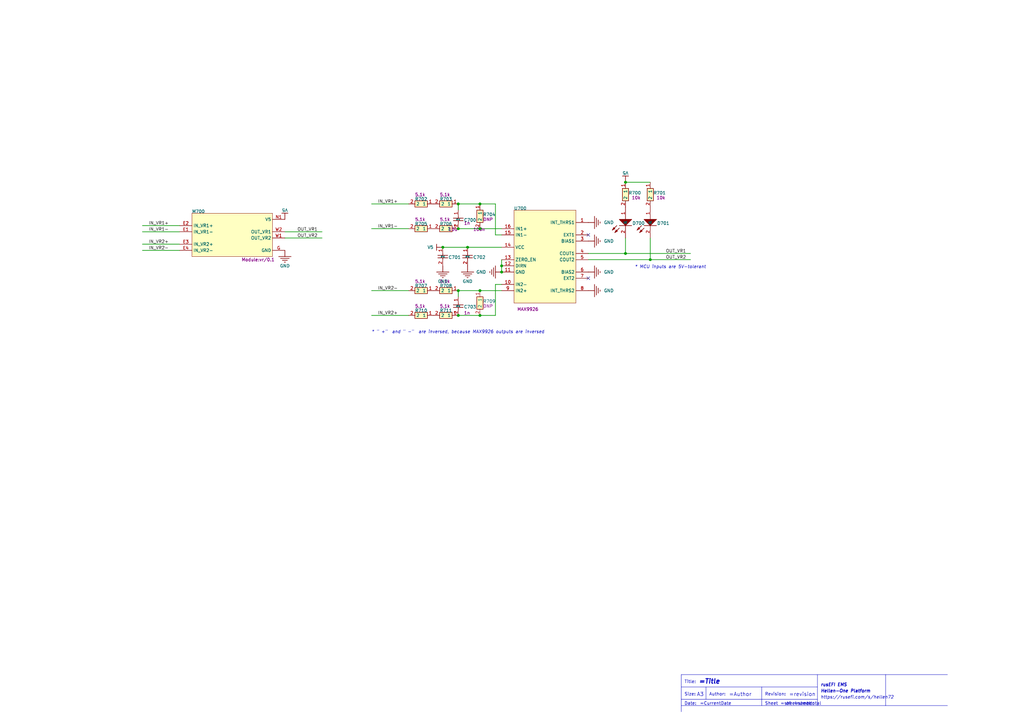
<source format=kicad_sch>
(kicad_sch (version 20210126) (generator eeschema)
  (paper "A3")
  (title_block (title "Hellen-One VR") (rev "0.1"))
  (lib_symbols
    (symbol "hellen1-vr-altium-import:0_Cap"
      (property "Value" "0_Cap" (at 0 0 0))
      (symbol "0_Cap_1_0"
        (polyline (pts (xy 2.032 -4.318) (xy -2.032 -4.318)) (stroke (width 0.254)))
        (polyline (pts (xy -2.032 -3.302) (xy 2.032 -3.302)) (stroke (width 0.254)))
        (polyline (pts (xy 0 -2.54) (xy 0 -3.302)) (stroke (width 0.254)))
        (polyline (pts (xy 0 -5.08) (xy 0 -4.318)) (stroke (width 0.254)))
        (pin passive line (at 0 0 270) (length 2.54) (name "1") (number "1"))
        (pin passive line (at 0 -7.62 90) (length 2.54) (name "2") (number "2"))
      )
    )
    (symbol "hellen1-vr-altium-import:0_Mod-Hellen-VR"
      (property "Value" "0_Mod-Hellen-VR" (at 0 0 0))
      (symbol "0_Mod-Hellen-VR_1_0"
        (rectangle (start 33.02 0) (end 0 -17.78) (fill (type background)))
        (pin passive line (at 38.1 -10.16 180) (length 5.08) (name "OUT_VR2") (number "W1"))
        (pin passive line (at 38.1 -7.62 180) (length 5.08) (name "OUT_VR1") (number "W2"))
        (pin passive line (at -5.08 -7.62 0) (length 5.08) (name "IN_VR1-") (number "E1"))
        (pin passive line (at -5.08 -5.08 0) (length 5.08) (name "IN_VR1+") (number "E2"))
        (pin passive line (at -5.08 -12.7 0) (length 5.08) (name "IN_VR2+") (number "E3"))
        (pin passive line (at -5.08 -15.24 0) (length 5.08) (name "IN_VR2-") (number "E4"))
        (pin passive line (at 38.1 -15.24 180) (length 5.08) (name "GND") (number "G"))
        (pin passive line (at 38.1 -2.54 180) (length 5.08) (name "V5") (number "N1"))
      )
    )
    (symbol "hellen1-vr-altium-import:0_Res"
      (property "Value" "0_Res" (at 0 0 0))
      (symbol "0_Res_1_0"
        (rectangle (start 1.27 -2.54) (end -1.27 -7.62) (stroke (width 0.254)) (fill (type background)))
        (pin passive line (at 0 -10.16 90) (length 2.54) (name "2") (number "2"))
        (pin passive line (at 0 0 270) (length 2.54) (name "1") (number "1"))
      )
    )
    (symbol "hellen1-vr-altium-import:0_mirrored_MAX9926"
      (property "Value" "0_mirrored_MAX9926" (at 0 0 0))
      (symbol "0_mirrored_MAX9926_1_0"
        (rectangle (start 0 0) (end -25.4 -38.1) (fill (type background)))
        (pin input line (at 5.08 -5.08 180) (length 5.08) (name "INT_THRS1") (number "1"))
        (pin input line (at 5.08 -10.16 180) (length 5.08) (name "EXT1") (number "2"))
        (pin input line (at 5.08 -12.7 180) (length 5.08) (name "BIAS1") (number "3"))
        (pin open_collector line (at 5.08 -17.78 180) (length 5.08) (name "COUT1") (number "4"))
        (pin open_collector line (at 5.08 -20.32 180) (length 5.08) (name "COUT2") (number "5"))
        (pin input line (at 5.08 -25.4 180) (length 5.08) (name "BIAS2") (number "6"))
        (pin input line (at 5.08 -27.94 180) (length 5.08) (name "EXT2") (number "7"))
        (pin input line (at 5.08 -33.02 180) (length 5.08) (name "INT_THRS2") (number "8"))
        (pin input line (at -30.48 -33.02 0) (length 5.08) (name "IN2+") (number "9"))
        (pin input line (at -30.48 -30.48 0) (length 5.08) (name "IN2-") (number "10"))
        (pin power_in line (at -30.48 -25.4 0) (length 5.08) (name "GND") (number "11"))
        (pin open_collector line (at -30.48 -22.86 0) (length 5.08) (name "DIRN") (number "12"))
        (pin input line (at -30.48 -20.32 0) (length 5.08) (name "ZERO_EN") (number "13"))
        (pin power_in line (at -30.48 -15.24 0) (length 5.08) (name "VCC") (number "14"))
        (pin input line (at -30.48 -10.16 0) (length 5.08) (name "IN1-") (number "15"))
        (pin input line (at -30.48 -7.62 0) (length 5.08) (name "IN1+") (number "16"))
      )
    )
    (symbol "hellen1-vr-altium-import:3_Res"
      (property "Value" "3_Res" (at 0 0 0))
      (symbol "3_Res_1_0"
        (rectangle (start -2.54 1.27) (end -7.62 -1.27) (stroke (width 0.254)) (fill (type background)))
        (pin passive line (at -10.16 0 0) (length 2.54) (name "2") (number "2"))
        (pin passive line (at 0 0 180) (length 2.54) (name "1") (number "1"))
      )
    )
    (symbol "hellen1-vr-altium-import:3_mirrored_LED"
      (property "Value" "3_mirrored_LED" (at 0 0 0))
      (symbol "3_mirrored_LED_1_0"
        (polyline (pts (xy 5.08 0) (xy 2.54 -2.54) (xy 0 0) (xy 5.08 0)) (stroke (width 0.254)) (fill (type outline)))
        (polyline (pts (xy 0 -3.556) (xy -1.778 -5.334)) (stroke (width 0.254)))
        (polyline (pts (xy -1.016 -2.54) (xy -2.794 -4.318)) (stroke (width 0.254)))
        (polyline (pts (xy -1.778 -5.334) (xy -1.27 -4.318) (xy -0.762 -4.826) (xy -1.778 -5.334)) (stroke (width 0.254)) (fill (type outline)))
        (polyline (pts (xy -2.794 -4.318) (xy -2.286 -3.302) (xy -1.778 -3.81) (xy -2.794 -4.318)) (stroke (width 0.254)) (fill (type outline)))
        (polyline (pts (xy 0 -2.54) (xy 5.08 -2.54)) (stroke (width 0.254)))
        (pin passive line (at 2.54 5.08 270) (length 5.08) (name "A") (number "1"))
        (pin passive line (at 2.54 -7.62 90) (length 5.08) (name "K") (number "2"))
      )
    )
    (symbol "hellen1-vr-altium-import:GND" (power)
      (property "Reference" "#PWR" (at 0 0 0))
      (property "Value" "GND" (at 0 6.35 0))
      (symbol "GND_0_0"
        (polyline (pts (xy 0 0) (xy 0 -2.54)) (stroke (width 0.254)))
        (polyline (pts (xy -2.54 -2.54) (xy 2.54 -2.54)) (stroke (width 0.254)))
        (polyline (pts (xy -1.778 -3.302) (xy 1.778 -3.302)) (stroke (width 0.254)))
        (polyline (pts (xy -1.016 -4.064) (xy 1.016 -4.064)) (stroke (width 0.254)))
        (polyline (pts (xy -0.254 -4.826) (xy 0.254 -4.826)) (stroke (width 0.254)))
        (pin power_in line (at 0 0 0) (length 0) hide (name "GND") (number ""))
      )
    )
    (symbol "hellen1-vr-altium-import:V5" (power)
      (property "Reference" "#PWR" (at 0 0 0))
      (property "Value" "V5" (at 0 3.81 0))
      (symbol "V5_0_0"
        (polyline (pts (xy 0 0) (xy 0 -2.54)) (stroke (width 0.254)))
        (polyline (pts (xy -1.27 -2.54) (xy 1.27 -2.54)) (stroke (width 0.254)))
        (pin power_in line (at 0 0 0) (length 0) hide (name "V5") (number ""))
      )
    )
  )
  (junction (at 181.61 101.4222) (diameter 1.016))
  (junction (at 187.96 83.6422) (diameter 1.016))
  (junction (at 187.96 93.8022) (diameter 1.016))
  (junction (at 187.96 119.2022) (diameter 1.016))
  (junction (at 187.96 129.3622) (diameter 1.016))
  (junction (at 191.77 101.4222) (diameter 1.016))
  (junction (at 196.85 83.6422) (diameter 1.016))
  (junction (at 196.85 93.8022) (diameter 1.016))
  (junction (at 196.85 119.2022) (diameter 1.016))
  (junction (at 196.85 129.3622) (diameter 1.016))
  (junction (at 205.74 109.0422) (diameter 1.016))
  (junction (at 205.74 111.5822) (diameter 1.016))
  (junction (at 256.54 74.7522) (diameter 1.016))
  (junction (at 256.54 103.9622) (diameter 1.016))
  (junction (at 266.7 106.5022) (diameter 1.016))
  (no_connect (at 241.3 96.3422))
  (no_connect (at 241.3 114.1222))
  (wire (pts (xy 73.66 92.5322) (xy 58.42 92.5322)) (stroke (width 0.254)))
  (wire (pts (xy 73.66 95.0722) (xy 58.42 95.0722)) (stroke (width 0.254)))
  (wire (pts (xy 73.66 100.1522) (xy 58.42 100.1522)) (stroke (width 0.254)))
  (wire (pts (xy 73.66 102.6922) (xy 58.42 102.6922)) (stroke (width 0.254)))
  (wire (pts (xy 132.08 95.0722) (xy 116.84 95.0722)) (stroke (width 0.254)))
  (wire (pts (xy 132.08 97.6122) (xy 116.84 97.6122)) (stroke (width 0.254)))
  (wire (pts (xy 167.64 83.6422) (xy 152.4 83.6422)) (stroke (width 0.254)))
  (wire (pts (xy 167.64 93.8022) (xy 152.4 93.8022)) (stroke (width 0.254)))
  (wire (pts (xy 167.64 119.2022) (xy 152.4 119.2022)) (stroke (width 0.254)))
  (wire (pts (xy 167.64 129.3622) (xy 152.4 129.3622)) (stroke (width 0.254)))
  (wire (pts (xy 187.96 83.6422) (xy 196.85 83.6422)) (stroke (width 0.254)))
  (wire (pts (xy 187.96 86.1822) (xy 187.96 83.6422)) (stroke (width 0.254)))
  (wire (pts (xy 187.96 119.2022) (xy 196.85 119.2022)) (stroke (width 0.254)))
  (wire (pts (xy 187.96 121.7422) (xy 187.96 119.2022)) (stroke (width 0.254)))
  (wire (pts (xy 191.77 101.4222) (xy 181.61 101.4222)) (stroke (width 0.254)))
  (wire (pts (xy 196.85 83.6422) (xy 203.2 83.6422)) (stroke (width 0.254)))
  (wire (pts (xy 196.85 93.8022) (xy 187.96 93.8022)) (stroke (width 0.254)))
  (wire (pts (xy 196.85 119.2022) (xy 205.74 119.2022)) (stroke (width 0.254)))
  (wire (pts (xy 196.85 129.3622) (xy 187.96 129.3622)) (stroke (width 0.254)))
  (wire (pts (xy 203.2 83.6422) (xy 203.2 96.3422)) (stroke (width 0.254)))
  (wire (pts (xy 203.2 96.3422) (xy 205.74 96.3422)) (stroke (width 0.254)))
  (wire (pts (xy 203.2 116.6622) (xy 203.2 129.3622)) (stroke (width 0.254)))
  (wire (pts (xy 203.2 129.3622) (xy 196.85 129.3622)) (stroke (width 0.254)))
  (wire (pts (xy 205.74 93.8022) (xy 196.85 93.8022)) (stroke (width 0.254)))
  (wire (pts (xy 205.74 101.4222) (xy 191.77 101.4222)) (stroke (width 0.254)))
  (wire (pts (xy 205.74 109.0422) (xy 205.74 106.5022)) (stroke (width 0.254)))
  (wire (pts (xy 205.74 111.5822) (xy 205.74 109.0422)) (stroke (width 0.254)))
  (wire (pts (xy 205.74 116.6622) (xy 203.2 116.6622)) (stroke (width 0.254)))
  (wire (pts (xy 241.3 103.9622) (xy 256.54 103.9622)) (stroke (width 0.254)))
  (wire (pts (xy 241.3 106.5022) (xy 266.7 106.5022)) (stroke (width 0.254)))
  (wire (pts (xy 256.54 97.6122) (xy 256.54 103.9622)) (stroke (width 0.254)))
  (wire (pts (xy 256.54 103.9622) (xy 283.21 103.9622)) (stroke (width 0.254)))
  (wire (pts (xy 266.7 74.7522) (xy 256.54 74.7522)) (stroke (width 0.254)))
  (wire (pts (xy 266.7 97.6122) (xy 266.7 106.5022)) (stroke (width 0.254)))
  (wire (pts (xy 266.7 106.5022) (xy 283.21 106.5022)) (stroke (width 0.254)))
  (polyline (pts (xy 279.4 276.6822) (xy 279.4 291.9222)) (stroke (width 0) (type solid)))
  (polyline (pts (xy 279.4 281.7622) (xy 335.28 281.7622)) (stroke (width 0) (type solid)))
  (polyline (pts (xy 279.4 286.8422) (xy 335.28 286.8422)) (stroke (width 0) (type solid)))
  (polyline (pts (xy 289.56 281.7622) (xy 289.56 286.8422)) (stroke (width 0) (type solid)))
  (polyline (pts (xy 312.42 281.7622) (xy 312.42 289.3822)) (stroke (width 0) (type solid)))
  (polyline (pts (xy 335.28 276.6822) (xy 335.28 289.3822)) (stroke (width 0) (type solid)))
  (polyline (pts (xy 363.22 276.6822) (xy 279.4 276.6822)) (stroke (width 0) (type solid)))
  (polyline (pts (xy 363.22 276.6822) (xy 363.22 289.3822)) (stroke (width 0) (type solid)))
  (polyline (pts (xy 363.22 289.3822) (xy 279.4 289.3822)) (stroke (width 0) (type solid)))
  (polyline (pts (xy 363.22 289.3822) (xy 388.62 289.3822)) (stroke (width 0) (type solid)))
  (polyline (pts (xy 388.62 276.6822) (xy 363.22 276.6822)) (stroke (width 0) (type solid)))
  (text "* \" +\"  and \" -\"  are inversed, because MAX9926 outputs are inversed" (at 152.4 136.9822 0) (effects (font (size 1.27 1.27) italic) (justify left bottom)))
  (text "* MCU inputs are 5V-tolerant" (at 260.35 110.3122 180) (effects (font (size 1.27 1.27) italic) (justify left bottom)))
  (text "Title:" (at 280.67 280.4922 180) (effects (font (size 1.27 1.27)) (justify left bottom)))
  (text "Size:" (at 280.67 285.5722 180) (effects (font (size 1.27 1.27)) (justify left bottom)))
  (text "Date:" (at 280.67 289.3822 180) (effects (font (size 1.27 1.27)) (justify left bottom)))
  (text "A3" (at 285.75 285.8262 180) (effects (font (size 1.524 1.524)) (justify left bottom)))
  (text "=Title" (at 286.512 280.7462 180) (effects (font (size 1.905 1.905) bold italic) (justify left bottom)))
  (text "=CurrentDate" (at 287.02 289.3822 180) (effects (font (size 1.27 1.27)) (justify left bottom)))
  (text "Author:" (at 290.83 285.5722 180) (effects (font (size 1.27 1.27)) (justify left bottom)))
  (text "=Author" (at 298.958 285.8262 180) (effects (font (size 1.524 1.524)) (justify left bottom)))
  (text "Revision:" (at 313.69 285.5722 180) (effects (font (size 1.27 1.27)) (justify left bottom)))
  (text "Sheet" (at 313.69 289.3822 180) (effects (font (size 1.27 1.27)) (justify left bottom)))
  (text "=sheetnumber" (at 320.04 289.3822 180) (effects (font (size 1.27 1.27)) (justify left bottom)))
  (text "of" (at 322.326 289.3822 180) (effects (font (size 1.27 1.27)) (justify left bottom)))
  (text "=revision" (at 323.596 285.8262 180) (effects (font (size 1.524 1.524)) (justify left bottom)))
  (text "=sheettotal" (at 325.628 289.3822 180) (effects (font (size 1.27 1.27)) (justify left bottom)))
  (text "rusEFI EMS" (at 336.55 281.7622 180) (effects (font (size 1.27 1.27) bold italic) (justify left bottom)))
  (text "Hellen-One Platform" (at 336.55 284.3022 180) (effects (font (size 1.27 1.27) bold italic) (justify left bottom)))
  (text "https://rusefi.com/s/hellen72" (at 336.55 286.8422 180) (effects (font (size 1.27 1.27) italic) (justify left bottom)))
  (label "IN_VR1+" (at 60.96 92.5322 0))
  (label "IN_VR1-" (at 60.96 95.0722 0))
  (label "IN_VR2+" (at 60.96 100.1522 0))
  (label "IN_VR2-" (at 60.96 102.6922 0))
  (label "OUT_VR1" (at 121.92 95.0722 0))
  (label "OUT_VR2" (at 121.92 97.6122 0))
  (label "IN_VR1+" (at 154.94 83.6422 0))
  (label "IN_VR1-" (at 154.94 93.8022 0))
  (label "IN_VR2-" (at 154.94 119.2022 0))
  (label "IN_VR2+" (at 154.94 129.3622 0))
  (label "OUT_VR1" (at 273.05 103.9622 0))
  (label "OUT_VR2" (at 273.05 106.5022 0))
  (symbol (lib_id "hellen1-vr-altium-import:V5") (at 116.84 89.9922 180) (unit 1)
    (property "Reference" "#PWR?" (effects hide))
    (property "Value" "V5" (at 116.84 86.1822 -180))
  )
  (symbol (lib_id "hellen1-vr-altium-import:V5") (at 181.61 101.4222 270) (unit 1)
    (property "Reference" "#PWR?" (effects hide))
    (property "Value" "V5" (at 177.8 101.4222 -270) (effects (justify right)))
  )
  (symbol (lib_id "hellen1-vr-altium-import:V5") (at 256.54 74.7522 180) (unit 1)
    (property "Reference" "#PWR?" (effects hide))
    (property "Value" "V5" (at 256.54 70.9422 -180))
  )
  (symbol (lib_id "hellen1-vr-altium-import:GND") (at 116.84 102.6922 0) (unit 1)
    (property "Reference" "#PWR?" (effects hide))
    (property "Value" "GND" (at 116.84 109.0422 0))
  )
  (symbol (lib_id "hellen1-vr-altium-import:GND") (at 181.61 109.0422 0) (unit 1)
    (property "Reference" "#PWR?" (effects hide))
    (property "Value" "GND" (at 181.61 115.3922 0))
  )
  (symbol (lib_id "hellen1-vr-altium-import:GND") (at 191.77 109.0422 0) (unit 1)
    (property "Reference" "#PWR?" (effects hide))
    (property "Value" "GND" (at 191.77 115.3922 0))
  )
  (symbol (lib_id "hellen1-vr-altium-import:GND") (at 205.74 111.5822 270) (unit 1)
    (property "Reference" "#PWR?" (effects hide))
    (property "Value" "GND" (at 199.39 111.5822 -270) (effects (justify right)))
  )
  (symbol (lib_id "hellen1-vr-altium-import:GND") (at 241.3 91.2622 90) (unit 1)
    (property "Reference" "#PWR?" (effects hide))
    (property "Value" "GND" (at 247.65 91.2622 -90) (effects (justify left)))
  )
  (symbol (lib_id "hellen1-vr-altium-import:GND") (at 241.3 98.8822 90) (unit 1)
    (property "Reference" "#PWR?" (effects hide))
    (property "Value" "GND" (at 247.65 98.8822 -90) (effects (justify left)))
  )
  (symbol (lib_id "hellen1-vr-altium-import:GND") (at 241.3 111.5822 90) (unit 1)
    (property "Reference" "#PWR?" (effects hide))
    (property "Value" "GND" (at 247.65 111.5822 -90) (effects (justify left)))
  )
  (symbol (lib_id "hellen1-vr-altium-import:GND") (at 241.3 119.2022 90) (unit 1)
    (property "Reference" "#PWR?" (effects hide))
    (property "Value" "GND" (at 247.65 119.2022 -90) (effects (justify left)))
  )
  (symbol (lib_id "hellen1-vr-altium-import:3_Res") (at 177.8 83.6422 0) (unit 1)
    (property "Reference" "R702" (at 170.18 82.3722 0) (effects (justify left bottom)))
    (property "Fitted" "True" (effects hide))
    (property "PackageReference" "R0805" (effects hide))
    (property "Type" "SMD" (effects hide))
    (property "Supplier Part Number 1" "*" (effects hide))
    (property "Supplier Part Number 2" "*" (effects hide))
    (property "Supplier Part Number 3" "C27834" (effects hide))
    (property "Supplier 1" "Mouser" (effects hide))
    (property "Supplier 2" "DigiKey" (effects hide))
    (property "Supplier 3" "LCSC" (effects hide))
    (property "Comment" "5.1k" (at 170.18 79.8322 0) (effects (justify left)))
  )
  (symbol (lib_id "hellen1-vr-altium-import:3_Res") (at 177.8 93.8022 0) (unit 1)
    (property "Reference" "R705" (at 170.18 92.5322 0) (effects (justify left bottom)))
    (property "Fitted" "True" (effects hide))
    (property "PackageReference" "R0805" (effects hide))
    (property "Type" "SMD" (effects hide))
    (property "Supplier Part Number 1" "*" (effects hide))
    (property "Supplier Part Number 2" "*" (effects hide))
    (property "Supplier Part Number 3" "C27834" (effects hide))
    (property "Supplier 1" "Mouser" (effects hide))
    (property "Supplier 2" "DigiKey" (effects hide))
    (property "Supplier 3" "LCSC" (effects hide))
    (property "Comment" "5.1k" (at 170.18 89.9922 0) (effects (justify left)))
  )
  (symbol (lib_id "hellen1-vr-altium-import:3_Res") (at 177.8 119.2022 0) (unit 1)
    (property "Reference" "R707" (at 170.18 117.9322 0) (effects (justify left bottom)))
    (property "Fitted" "True" (effects hide))
    (property "PackageReference" "R0805" (effects hide))
    (property "Type" "SMD" (effects hide))
    (property "Supplier Part Number 1" "*" (effects hide))
    (property "Supplier Part Number 2" "*" (effects hide))
    (property "Supplier Part Number 3" "C27834" (effects hide))
    (property "Supplier 1" "Mouser" (effects hide))
    (property "Supplier 2" "DigiKey" (effects hide))
    (property "Supplier 3" "LCSC" (effects hide))
    (property "Comment" "5.1k" (at 170.18 115.3922 0) (effects (justify left)))
  )
  (symbol (lib_id "hellen1-vr-altium-import:3_Res") (at 177.8 129.3622 0) (unit 1)
    (property "Reference" "R710" (at 170.18 128.0922 0) (effects (justify left bottom)))
    (property "Fitted" "True" (effects hide))
    (property "PackageReference" "R0805" (effects hide))
    (property "Type" "SMD" (effects hide))
    (property "Supplier Part Number 1" "*" (effects hide))
    (property "Supplier Part Number 2" "*" (effects hide))
    (property "Supplier Part Number 3" "C27834" (effects hide))
    (property "Supplier 1" "Mouser" (effects hide))
    (property "Supplier 2" "DigiKey" (effects hide))
    (property "Supplier 3" "LCSC" (effects hide))
    (property "Comment" "5.1k" (at 170.18 125.5522 0) (effects (justify left)))
  )
  (symbol (lib_id "hellen1-vr-altium-import:3_Res") (at 187.96 83.6422 0) (unit 1)
    (property "Reference" "R703" (at 180.34 82.3722 0) (effects (justify left bottom)))
    (property "Fitted" "True" (effects hide))
    (property "PackageReference" "R0805" (effects hide))
    (property "Type" "SMD" (effects hide))
    (property "Supplier Part Number 1" "*" (effects hide))
    (property "Supplier Part Number 2" "*" (effects hide))
    (property "Supplier Part Number 3" "C27834" (effects hide))
    (property "Supplier 1" "Mouser" (effects hide))
    (property "Supplier 2" "DigiKey" (effects hide))
    (property "Supplier 3" "LCSC" (effects hide))
    (property "Comment" "5.1k" (at 180.34 79.8322 0) (effects (justify left)))
  )
  (symbol (lib_id "hellen1-vr-altium-import:3_Res") (at 187.96 93.8022 0) (unit 1)
    (property "Reference" "R706" (at 180.34 92.5322 0) (effects (justify left bottom)))
    (property "Fitted" "True" (effects hide))
    (property "PackageReference" "R0805" (effects hide))
    (property "Type" "SMD" (effects hide))
    (property "Supplier Part Number 1" "*" (effects hide))
    (property "Supplier Part Number 2" "*" (effects hide))
    (property "Supplier Part Number 3" "C27834" (effects hide))
    (property "Supplier 1" "Mouser" (effects hide))
    (property "Supplier 2" "DigiKey" (effects hide))
    (property "Supplier 3" "LCSC" (effects hide))
    (property "Comment" "5.1k" (at 180.34 89.9922 0) (effects (justify left)))
  )
  (symbol (lib_id "hellen1-vr-altium-import:3_Res") (at 187.96 119.2022 0) (unit 1)
    (property "Reference" "R708" (at 180.34 117.9322 0) (effects (justify left bottom)))
    (property "Fitted" "True" (effects hide))
    (property "PackageReference" "R0805" (effects hide))
    (property "Type" "SMD" (effects hide))
    (property "Supplier Part Number 1" "*" (effects hide))
    (property "Supplier Part Number 2" "*" (effects hide))
    (property "Supplier Part Number 3" "C27834" (effects hide))
    (property "Supplier 1" "Mouser" (effects hide))
    (property "Supplier 2" "DigiKey" (effects hide))
    (property "Supplier 3" "LCSC" (effects hide))
    (property "Comment" "5.1k" (at 180.34 115.3922 0) (effects (justify left)))
  )
  (symbol (lib_id "hellen1-vr-altium-import:3_Res") (at 187.96 129.3622 0) (unit 1)
    (property "Reference" "R711" (at 180.34 128.0922 0) (effects (justify left bottom)))
    (property "Fitted" "True" (effects hide))
    (property "PackageReference" "R0805" (effects hide))
    (property "Type" "SMD" (effects hide))
    (property "Supplier Part Number 1" "*" (effects hide))
    (property "Supplier Part Number 2" "*" (effects hide))
    (property "Supplier Part Number 3" "C27834" (effects hide))
    (property "Supplier 1" "Mouser" (effects hide))
    (property "Supplier 2" "DigiKey" (effects hide))
    (property "Supplier 3" "LCSC" (effects hide))
    (property "Comment" "5.1k" (at 180.34 125.5522 0) (effects (justify left)))
  )
  (symbol (lib_id "hellen1-vr-altium-import:0_Res") (at 196.85 83.6422 0) (unit 1)
    (property "Reference" "R704" (at 198.12 88.7222 0) (effects (justify left bottom)))
    (property "Fitted" "DNP" (at 198.12 89.9922 0) (effects (justify left)))
    (property "PackageReference" "R0805" (effects hide))
    (property "Type" "SMD" (effects hide))
    (property "Supplier Part Number 1" "*" (effects hide))
    (property "Supplier Part Number 2" "*" (effects hide))
    (property "Supplier Part Number 3" "C27834" (effects hide))
    (property "Supplier 1" "Mouser" (effects hide))
    (property "Supplier 2" "DigiKey" (effects hide))
    (property "Supplier 3" "LCSC" (effects hide))
    (property "Comment" "5.1k" (effects hide))
  )
  (symbol (lib_id "hellen1-vr-altium-import:0_Res") (at 196.85 119.2022 0) (unit 1)
    (property "Reference" "R709" (at 198.12 124.2822 0) (effects (justify left bottom)))
    (property "Fitted" "DNP" (at 198.12 125.5522 0) (effects (justify left)))
    (property "PackageReference" "R0805" (effects hide))
    (property "Type" "SMD" (effects hide))
    (property "Supplier Part Number 1" "*" (effects hide))
    (property "Supplier Part Number 2" "*" (effects hide))
    (property "Supplier Part Number 3" "C27834" (effects hide))
    (property "Supplier 1" "Mouser" (effects hide))
    (property "Supplier 2" "DigiKey" (effects hide))
    (property "Supplier 3" "LCSC" (effects hide))
    (property "Comment" "5.1k" (effects hide))
  )
  (symbol (lib_id "hellen1-vr-altium-import:0_Res") (at 256.54 74.7522 0) (unit 1)
    (property "Reference" "R700" (at 257.81 79.8322 0) (effects (justify left bottom)))
    (property "Fitted" "True" (effects hide))
    (property "PackageReference" "R0603" (effects hide))
    (property "Type" "SMD" (effects hide))
    (property "Supplier Part Number 1" "*" (effects hide))
    (property "Supplier Part Number 2" "*" (effects hide))
    (property "Supplier Part Number 3" "C25804" (effects hide))
    (property "Supplier 1" "Mouser" (effects hide))
    (property "Supplier 2" "DigiKey" (effects hide))
    (property "Supplier 3" "LCSC" (effects hide))
    (property "Comment" "10k" (at 259.08 81.1022 0) (effects (justify left)))
  )
  (symbol (lib_id "hellen1-vr-altium-import:0_Res") (at 266.7 74.7522 0) (unit 1)
    (property "Reference" "R701" (at 267.97 79.8322 0) (effects (justify left bottom)))
    (property "Fitted" "True" (effects hide))
    (property "PackageReference" "R0603" (effects hide))
    (property "Type" "SMD" (effects hide))
    (property "Supplier Part Number 1" "*" (effects hide))
    (property "Supplier Part Number 2" "*" (effects hide))
    (property "Supplier Part Number 3" "C25804" (effects hide))
    (property "Supplier 1" "Mouser" (effects hide))
    (property "Supplier 2" "DigiKey" (effects hide))
    (property "Supplier 3" "LCSC" (effects hide))
    (property "Comment" "10k" (at 269.24 81.1022 0) (effects (justify left)))
  )
  (symbol (lib_id "hellen1-vr-altium-import:0_Cap") (at 181.61 101.4222 0) (unit 1)
    (property "Reference" "C701" (at 183.896 106.2482 0) (effects (justify left bottom)))
    (property "Fitted" "True" (effects hide))
    (property "Supplier Part Number 1" "710-885012207079" (effects hide))
    (property "Supplier Part Number 2" "732-7673-1-ND" (effects hide))
    (property "Supplier 1" "Mouser" (effects hide))
    (property "Supplier 2" "Digi-Key" (effects hide))
    (property "PackageReference" "C0603" (effects hide))
    (property "Supplier Part Number 3" "C19702" (effects hide))
    (property "Type" "SMD" (effects hide))
    (property "Supplier 3" "LCSC" (effects hide))
    (property "Comment" "10u" (at 183.896 94.0562 0) (effects (justify left)))
  )
  (symbol (lib_id "hellen1-vr-altium-import:0_Cap") (at 187.96 86.1822 0) (unit 1)
    (property "Reference" "C700" (at 190.246 91.0082 0) (effects (justify left bottom)))
    (property "Fitted" "True" (effects hide))
    (property "Supplier Part Number 1" "710-885012207079" (effects hide))
    (property "Supplier Part Number 2" "732-7673-1-ND" (effects hide))
    (property "Supplier 1" "Mouser" (effects hide))
    (property "Supplier 2" "Digi-Key" (effects hide))
    (property "PackageReference" "C0805" (effects hide))
    (property "Supplier Part Number 3" "C46653" (effects hide))
    (property "Type" "SMD" (effects hide))
    (property "Supplier 3" "LCSC" (effects hide))
    (property "Comment" "1n" (at 190.246 91.5162 0) (effects (justify left)))
  )
  (symbol (lib_id "hellen1-vr-altium-import:0_Cap") (at 187.96 121.7422 0) (unit 1)
    (property "Reference" "C703" (at 190.246 126.5682 0) (effects (justify left bottom)))
    (property "Fitted" "True" (effects hide))
    (property "Supplier Part Number 1" "710-885012207079" (effects hide))
    (property "Supplier Part Number 2" "732-7673-1-ND" (effects hide))
    (property "Supplier 1" "Mouser" (effects hide))
    (property "Supplier 2" "Digi-Key" (effects hide))
    (property "PackageReference" "C0805" (effects hide))
    (property "Supplier Part Number 3" "C46653" (effects hide))
    (property "Type" "SMD" (effects hide))
    (property "Supplier 3" "LCSC" (effects hide))
    (property "Comment" "1n" (at 190.246 128.3462 0) (effects (justify left)))
  )
  (symbol (lib_id "hellen1-vr-altium-import:0_Cap") (at 191.77 101.4222 0) (unit 1)
    (property "Reference" "C702" (at 194.056 106.2482 0) (effects (justify left bottom)))
    (property "Fitted" "True" (effects hide))
    (property "Supplier Part Number 1" "710-885012207079" (effects hide))
    (property "Supplier Part Number 2" "732-7673-1-ND" (effects hide))
    (property "Supplier 1" "Mouser" (effects hide))
    (property "Supplier 2" "Digi-Key" (effects hide))
    (property "PackageReference" "C0603" (effects hide))
    (property "Supplier Part Number 3" "C14663" (effects hide))
    (property "Type" "SMD" (effects hide))
    (property "Supplier 3" "LCSC" (effects hide))
    (property "Comment" "100n" (at 194.056 94.0562 0) (effects (justify left)))
  )
  (symbol (lib_id "hellen1-vr-altium-import:3_mirrored_LED") (at 254 89.9922 0) (unit 1)
    (property "Reference" "D700" (at 259.334 92.2782 0) (effects (justify left bottom)))
    (property "Published" "8-Jun-2000" (effects hide))
    (property "LatestRevisionDate" "17-Jul-2002" (effects hide))
    (property "LatestRevisionNote" "Re-released for DXP Platform." (effects hide))
    (property "PackageDocument" "Feb-2002" (effects hide))
    (property "PackageReference" "LED-0603" (effects hide))
    (property "Publisher" "Altium Limited" (effects hide))
    (property "Fitted" "True" (effects hide))
    (property "Type" "SMD" (effects hide))
    (property "Supplier 3" "LCSC" (effects hide))
    (property "Supplier Part Number 3" "C2286" (effects hide))
    (property "Comment" "0603-White" (effects hide))
  )
  (symbol (lib_id "hellen1-vr-altium-import:3_mirrored_LED") (at 264.16 89.9922 0) (unit 1)
    (property "Reference" "D701" (at 269.494 92.2782 0) (effects (justify left bottom)))
    (property "Published" "8-Jun-2000" (effects hide))
    (property "LatestRevisionDate" "17-Jul-2002" (effects hide))
    (property "LatestRevisionNote" "Re-released for DXP Platform." (effects hide))
    (property "PackageDocument" "Feb-2002" (effects hide))
    (property "PackageReference" "LED-0603" (effects hide))
    (property "Publisher" "Altium Limited" (effects hide))
    (property "Fitted" "True" (effects hide))
    (property "Type" "SMD" (effects hide))
    (property "Supplier 3" "LCSC" (effects hide))
    (property "Supplier Part Number 3" "C2286" (effects hide))
    (property "Comment" "0603-White" (effects hide))
  )
  (symbol (lib_id "hellen1-vr-altium-import:0_Mod-Hellen-VR") (at 78.74 87.4522 0) (unit 1)
    (property "Reference" "M700" (at 78.74 87.4522 0) (effects (justify left bottom)))
    (property "Publisher" "andreika" (effects hide))
    (property "Supplier Part Number 1" "*" (effects hide))
    (property "Supplier Part Number 2" "*" (effects hide))
    (property "Supplier 1" "Mouser" (effects hide))
    (property "Supplier 2" "Digi-Key" (effects hide))
    (property "Fitted" "False" (effects hide))
    (property "Supplier 3" "LCSC" (effects hide))
    (property "Type" "Module" (effects hide))
    (property "Comment" "Module:vr/0.1" (at 99.06 106.5022 0) (effects (justify left)))
  )
  (symbol (lib_id "hellen1-vr-altium-import:0_mirrored_MAX9926") (at 236.22 86.1822 0) (unit 1)
    (property "Reference" "U700" (at 210.82 86.1822 0) (effects (justify left bottom)))
    (property "DatasheetVersion" "Rev. 4" (effects hide))
    (property "PackageVersion" "Rev. K, 04/2012" (effects hide))
    (property "PackageReference" "QSOP16" (effects hide))
    (property "PackageDescription" "16-Pin Quarter Small-Outline Package (E16+1), Body 4.90 x 3.89 mm, Pitch 0.635 mm" (effects hide))
    (property "Supplier 1" "Digi-Key" (effects hide))
    (property "Supplier Part Number 1" "MAX9926UAEE+-ND" (effects hide))
    (property "Supplier 2" "Mouser" (effects hide))
    (property "Supplier Part Number 2" "700-MAX9926UAEE" (effects hide))
    (property "Channels" "2" (effects hide))
    (property "Industry Qualified" "Automotive - General" (effects hide))
    (property "Low Pwr. Shutdn" "No" (effects hide))
    (property "Generic Part Number" "MAX9926" (effects hide))
    (property "Mounting Technology" "Surface Mount" (effects hide))
    (property "Code_JEDEC" "MO137" (effects hide))
    (property "PartNumber" "MAX9926UAEE+" (effects hide))
    (property "ComponentLink1Description" "Manufacturer URL" (effects hide))
    (property "ComponentLink1URL" "http://www.maximintegrated.com/" (effects hide))
    (property "ComponentLink2Description" "Datasheet" (effects hide))
    (property "ComponentLink2URL" "http://datasheets.maximintegrated.com/en/ds/MAX9924-MAX9927.pdf" (effects hide))
    (property "ComponentLink3Description" "Package Specification" (effects hide))
    (property "ComponentLink3URL" "http://pdfserv.maximintegrated.com/package_dwgs/21-0055.PDF" (effects hide))
    (property "Supplier 3" "LCSC" (effects hide))
    (property "Type" "SMD" (effects hide))
    (property "Fitted" "True" (effects hide))
    (property "Comment" "MAX9926" (at 212.09 126.8222 0) (effects (justify left)))
  )
)
</source>
